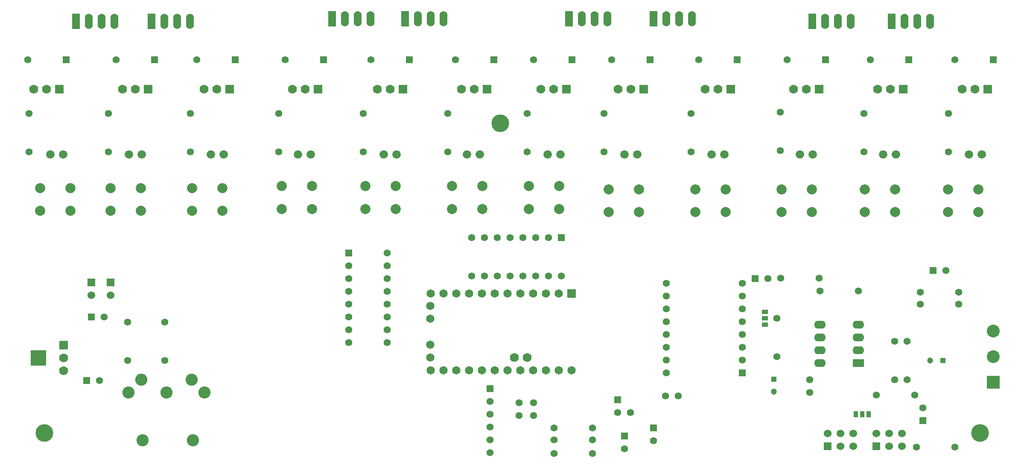
<source format=gts>
G04 (created by PCBNEW (2013-07-07 BZR 4022)-stable) date 04/08/2014 11:44:30*
%MOIN*%
G04 Gerber Fmt 3.4, Leading zero omitted, Abs format*
%FSLAX34Y34*%
G01*
G70*
G90*
G04 APERTURE LIST*
%ADD10C,0.00590551*%
%ADD11R,0.065X0.065*%
%ADD12C,0.065*%
%ADD13C,0.07*%
%ADD14R,0.06X0.06*%
%ADD15C,0.06*%
%ADD16R,0.07X0.07*%
%ADD17R,0.12X0.12*%
%ADD18C,0.055*%
%ADD19C,0.066*%
%ADD20R,0.055X0.055*%
%ADD21R,0.1X0.1*%
%ADD22C,0.1*%
%ADD23C,0.095*%
%ADD24C,0.0787402*%
%ADD25R,0.09X0.062*%
%ADD26O,0.09X0.062*%
%ADD27C,0.137795*%
%ADD28R,0.0393701X0.0393701*%
%ADD29C,0.0472441*%
%ADD30R,0.038X0.05*%
%ADD31R,0.05X0.038*%
%ADD32O,0.06X0.12*%
%ADD33R,0.06X0.12*%
G04 APERTURE END LIST*
G54D10*
G54D11*
X59100Y-46050D03*
G54D12*
X58100Y-46050D03*
X57100Y-46050D03*
X56100Y-46050D03*
X55100Y-46050D03*
X54100Y-46050D03*
X53100Y-46050D03*
X52100Y-46050D03*
X51100Y-46050D03*
X50100Y-46050D03*
X49100Y-46050D03*
X48100Y-46050D03*
X48072Y-47042D03*
X48072Y-48026D03*
X48072Y-50073D03*
X48072Y-51057D03*
X48100Y-52050D03*
X49100Y-52050D03*
X50100Y-52050D03*
X51100Y-52050D03*
X52100Y-52050D03*
X53100Y-52050D03*
X54100Y-52050D03*
X55100Y-52050D03*
X56100Y-52050D03*
X57100Y-52050D03*
X58100Y-52050D03*
X59100Y-52050D03*
G54D13*
X55631Y-51057D03*
X54647Y-51057D03*
G54D14*
X79100Y-58000D03*
G54D15*
X79100Y-57000D03*
X80100Y-58000D03*
X80100Y-57000D03*
X81100Y-58000D03*
X81100Y-57000D03*
G54D13*
X19450Y-52100D03*
X19450Y-51100D03*
G54D16*
X19450Y-50100D03*
G54D17*
X17481Y-51100D03*
G54D18*
X49450Y-35000D03*
X49450Y-32000D03*
X16750Y-35000D03*
X16750Y-32000D03*
X22950Y-35000D03*
X22950Y-32000D03*
X29350Y-35000D03*
X29350Y-32000D03*
X36250Y-35000D03*
X36250Y-32000D03*
X42850Y-35000D03*
X42850Y-32000D03*
X88550Y-35000D03*
X88550Y-32000D03*
X81950Y-35000D03*
X81950Y-32000D03*
X55650Y-35000D03*
X55650Y-32000D03*
X61650Y-35000D03*
X61650Y-32000D03*
X68450Y-35000D03*
X68450Y-32000D03*
G54D19*
X30950Y-35200D03*
X31950Y-35200D03*
X76950Y-35200D03*
X77950Y-35200D03*
X37750Y-35200D03*
X38750Y-35200D03*
X24550Y-35200D03*
X25550Y-35200D03*
X90150Y-35200D03*
X91150Y-35200D03*
X70050Y-35200D03*
X71050Y-35200D03*
X18400Y-35200D03*
X19400Y-35200D03*
X44450Y-35200D03*
X45450Y-35200D03*
X83450Y-35200D03*
X84450Y-35200D03*
X50950Y-35200D03*
X51950Y-35200D03*
X63250Y-35200D03*
X64250Y-35200D03*
X57250Y-35200D03*
X58250Y-35200D03*
G54D20*
X46450Y-27800D03*
G54D18*
X43450Y-27800D03*
G54D20*
X85450Y-27800D03*
G54D18*
X82450Y-27800D03*
G54D20*
X65250Y-27800D03*
G54D18*
X62250Y-27800D03*
G54D20*
X19650Y-27800D03*
G54D18*
X16650Y-27800D03*
G54D20*
X26550Y-27800D03*
G54D18*
X23550Y-27800D03*
G54D20*
X92050Y-27800D03*
G54D18*
X89050Y-27800D03*
G54D20*
X78950Y-27800D03*
G54D18*
X75950Y-27800D03*
G54D20*
X59150Y-27800D03*
G54D18*
X56150Y-27800D03*
G54D20*
X32850Y-27800D03*
G54D18*
X29850Y-27800D03*
G54D20*
X72050Y-27800D03*
G54D18*
X69050Y-27800D03*
G54D20*
X39750Y-27800D03*
G54D18*
X36750Y-27800D03*
G54D20*
X53050Y-27800D03*
G54D18*
X50050Y-27800D03*
G54D13*
X37300Y-30100D03*
X38300Y-30100D03*
G54D16*
X39300Y-30100D03*
G54D13*
X89600Y-30100D03*
X90600Y-30100D03*
G54D16*
X91600Y-30100D03*
G54D13*
X17100Y-30100D03*
X18100Y-30100D03*
G54D16*
X19100Y-30100D03*
G54D13*
X24050Y-30100D03*
X25050Y-30100D03*
G54D16*
X26050Y-30100D03*
G54D13*
X30400Y-30100D03*
X31400Y-30100D03*
G54D16*
X32400Y-30100D03*
G54D13*
X43950Y-30100D03*
X44950Y-30100D03*
G54D16*
X45950Y-30100D03*
G54D13*
X50500Y-30100D03*
X51500Y-30100D03*
G54D16*
X52500Y-30100D03*
G54D13*
X56700Y-30100D03*
X57700Y-30100D03*
G54D16*
X58700Y-30100D03*
G54D13*
X62750Y-30100D03*
X63750Y-30100D03*
G54D16*
X64750Y-30100D03*
G54D13*
X69550Y-30100D03*
X70550Y-30100D03*
G54D16*
X71550Y-30100D03*
G54D13*
X76450Y-30100D03*
X77450Y-30100D03*
G54D16*
X78450Y-30100D03*
G54D13*
X83000Y-30100D03*
X84000Y-30100D03*
G54D16*
X85000Y-30100D03*
G54D21*
X92050Y-53000D03*
G54D22*
X92050Y-51000D03*
X92050Y-49000D03*
G54D23*
X24515Y-53787D03*
X27468Y-53787D03*
X30421Y-53787D03*
X25500Y-52803D03*
X29437Y-52803D03*
X25598Y-57527D03*
X29535Y-57527D03*
G54D18*
X27350Y-48300D03*
X27350Y-51300D03*
X24450Y-48300D03*
X24450Y-51300D03*
X60750Y-56550D03*
X57750Y-56550D03*
X57750Y-57500D03*
X60750Y-57500D03*
X57750Y-58550D03*
X60750Y-58550D03*
G54D20*
X72452Y-52250D03*
G54D18*
X72452Y-51250D03*
X72452Y-50250D03*
X72452Y-49250D03*
X72452Y-48250D03*
X72452Y-47250D03*
X72452Y-46250D03*
X72452Y-45250D03*
X66500Y-45250D03*
X66500Y-46250D03*
X66500Y-47250D03*
X66500Y-48250D03*
X66500Y-49250D03*
X66500Y-50250D03*
X66500Y-51250D03*
X66500Y-52250D03*
G54D20*
X21250Y-52850D03*
G54D18*
X22250Y-52850D03*
G54D20*
X21600Y-47900D03*
G54D18*
X22600Y-47900D03*
G54D14*
X23100Y-45200D03*
G54D15*
X23100Y-46200D03*
G54D14*
X21600Y-45200D03*
G54D15*
X21600Y-46200D03*
G54D24*
X88515Y-37926D03*
X90877Y-37926D03*
X88515Y-39698D03*
X90877Y-39698D03*
X43015Y-37676D03*
X45377Y-37676D03*
X43015Y-39448D03*
X45377Y-39448D03*
X82015Y-37926D03*
X84377Y-37926D03*
X82015Y-39698D03*
X84377Y-39698D03*
X49765Y-37676D03*
X52127Y-37676D03*
X49765Y-39448D03*
X52127Y-39448D03*
X36465Y-37676D03*
X38827Y-37676D03*
X36465Y-39448D03*
X38827Y-39448D03*
X75515Y-37926D03*
X77877Y-37926D03*
X75515Y-39698D03*
X77877Y-39698D03*
X55765Y-37676D03*
X58127Y-37676D03*
X55765Y-39448D03*
X58127Y-39448D03*
X29465Y-37826D03*
X31827Y-37826D03*
X29465Y-39598D03*
X31827Y-39598D03*
X23115Y-37826D03*
X25477Y-37826D03*
X23115Y-39598D03*
X25477Y-39598D03*
X68765Y-37926D03*
X71127Y-37926D03*
X68765Y-39698D03*
X71127Y-39698D03*
X62015Y-37926D03*
X64377Y-37926D03*
X62015Y-39698D03*
X64377Y-39698D03*
X17615Y-37826D03*
X19977Y-37826D03*
X17615Y-39598D03*
X19977Y-39598D03*
G54D18*
X85300Y-52800D03*
X85300Y-49800D03*
X84350Y-49800D03*
X84350Y-52800D03*
X75450Y-44850D03*
X78450Y-44850D03*
X75150Y-48000D03*
X75150Y-51000D03*
X81500Y-45850D03*
X78500Y-45850D03*
X89350Y-45950D03*
X86350Y-45950D03*
X86350Y-46900D03*
X89350Y-46900D03*
G54D25*
X81500Y-51500D03*
G54D26*
X81500Y-50500D03*
X81500Y-49500D03*
X81500Y-48500D03*
X78500Y-48500D03*
X78500Y-49500D03*
X78500Y-50500D03*
X78500Y-51500D03*
G54D18*
X77700Y-52800D03*
X77700Y-53800D03*
X55000Y-54600D03*
X55000Y-55600D03*
X56150Y-54600D03*
X56150Y-55600D03*
X66450Y-54050D03*
X67450Y-54050D03*
G54D20*
X87350Y-44250D03*
G54D18*
X88350Y-44250D03*
G54D20*
X62700Y-54350D03*
G54D18*
X62700Y-55350D03*
X63700Y-55350D03*
X85900Y-54000D03*
X82900Y-54000D03*
X89050Y-58050D03*
X86050Y-58050D03*
G54D14*
X82900Y-58000D03*
G54D15*
X82900Y-57000D03*
X83900Y-58000D03*
X83900Y-57000D03*
X84900Y-58000D03*
X84900Y-57000D03*
G54D20*
X63250Y-57200D03*
G54D18*
X63250Y-58200D03*
G54D20*
X65500Y-56550D03*
G54D18*
X65500Y-57550D03*
G54D20*
X73450Y-44900D03*
G54D18*
X74450Y-44900D03*
G54D20*
X86550Y-56000D03*
G54D18*
X86550Y-55000D03*
G54D27*
X53550Y-32750D03*
X17950Y-56950D03*
X91000Y-56950D03*
G54D28*
X88092Y-51300D03*
G54D29*
X87107Y-51300D03*
G54D28*
X74900Y-52757D03*
G54D29*
X74900Y-53742D03*
G54D30*
X81300Y-55500D03*
X81800Y-55500D03*
X82300Y-55500D03*
G54D31*
X74200Y-47500D03*
X74200Y-48000D03*
X74200Y-48500D03*
G54D20*
X58300Y-41700D03*
G54D18*
X57300Y-41700D03*
X56300Y-41700D03*
X55300Y-41700D03*
X54300Y-41700D03*
X53300Y-41700D03*
X52300Y-41700D03*
X51300Y-41700D03*
X51300Y-44700D03*
X52300Y-44700D03*
X53300Y-44700D03*
X54300Y-44700D03*
X55300Y-44700D03*
X56300Y-44700D03*
X57300Y-44700D03*
X58300Y-44700D03*
G54D20*
X41700Y-42900D03*
G54D18*
X41700Y-43900D03*
X41700Y-44900D03*
X41700Y-45900D03*
X41700Y-46900D03*
X41700Y-47900D03*
X41700Y-48900D03*
X41700Y-49900D03*
X44700Y-49900D03*
X44700Y-48900D03*
X44700Y-47900D03*
X44700Y-46900D03*
X44700Y-45900D03*
X44700Y-44900D03*
X44700Y-43900D03*
X44700Y-42900D03*
G54D20*
X52750Y-53500D03*
G54D18*
X52750Y-54500D03*
X52750Y-55500D03*
X52750Y-56500D03*
X52750Y-57500D03*
X52750Y-58500D03*
X75400Y-34900D03*
X75400Y-31900D03*
G54D32*
X23400Y-24800D03*
X22400Y-24800D03*
X21400Y-24800D03*
G54D33*
X20400Y-24800D03*
G54D32*
X29300Y-24800D03*
X28300Y-24800D03*
X27300Y-24800D03*
G54D33*
X26300Y-24800D03*
G54D32*
X43400Y-24600D03*
X42400Y-24600D03*
X41400Y-24600D03*
G54D33*
X40400Y-24600D03*
G54D32*
X49100Y-24600D03*
X48100Y-24600D03*
X47100Y-24600D03*
G54D33*
X46100Y-24600D03*
G54D32*
X61900Y-24600D03*
X60900Y-24600D03*
X59900Y-24600D03*
G54D33*
X58900Y-24600D03*
G54D32*
X68500Y-24600D03*
X67500Y-24600D03*
X66500Y-24600D03*
G54D33*
X65500Y-24600D03*
G54D32*
X80900Y-24800D03*
X79900Y-24800D03*
X78900Y-24800D03*
G54D33*
X77900Y-24800D03*
G54D32*
X87100Y-24800D03*
X86100Y-24800D03*
X85100Y-24800D03*
G54D33*
X84100Y-24800D03*
M02*

</source>
